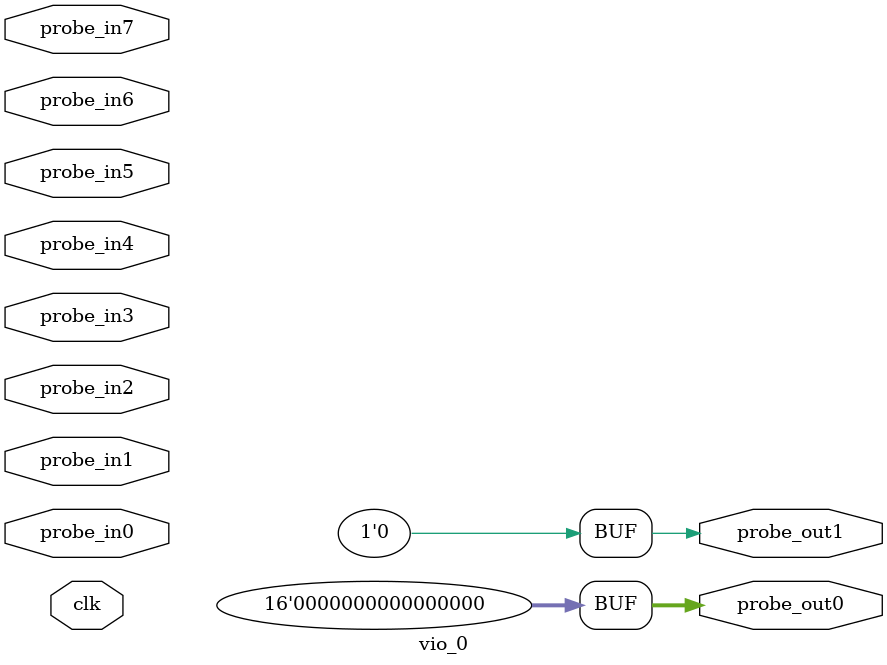
<source format=v>
`timescale 1ns / 1ps
module vio_0 (
clk,
probe_in0,probe_in1,probe_in2,probe_in3,probe_in4,probe_in5,probe_in6,probe_in7,
probe_out0,
probe_out1
);

input clk;
input [15 : 0] probe_in0;
input [5 : 0] probe_in1;
input [1 : 0] probe_in2;
input [3 : 0] probe_in3;
input [15 : 0] probe_in4;
input [15 : 0] probe_in5;
input [15 : 0] probe_in6;
input [3 : 0] probe_in7;

output reg [15 : 0] probe_out0 = 'h0000 ;
output reg [0 : 0] probe_out1 = 'h0 ;


endmodule

</source>
